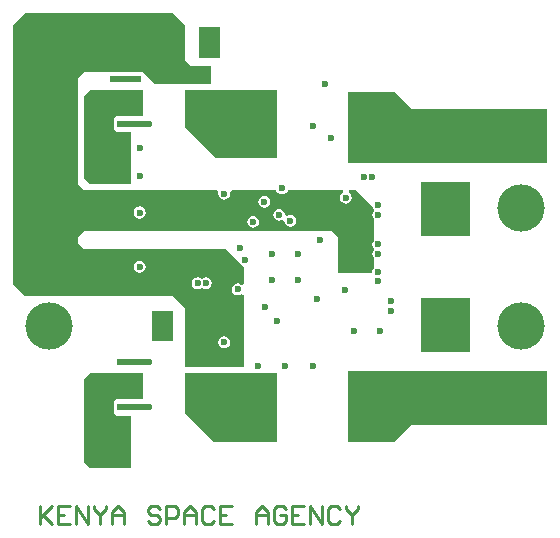
<source format=gtl>
G04*
G04 #@! TF.GenerationSoftware,Altium Limited,Altium Designer,25.2.1 (25)*
G04*
G04 Layer_Physical_Order=1*
G04 Layer_Color=255*
%FSLAX44Y44*%
%MOMM*%
G71*
G04*
G04 #@! TF.SameCoordinates,AC2081E8-41FF-4463-B602-B75E9B52F610*
G04*
G04*
G04 #@! TF.FilePolarity,Positive*
G04*
G01*
G75*
%ADD11C,0.2540*%
%ADD12R,2.1000X0.6000*%
%ADD13R,3.8500X5.5000*%
%ADD14R,0.9000X2.5000*%
%ADD15R,2.5500X3.7500*%
%ADD22C,0.5000*%
%ADD23C,4.0000*%
%ADD24C,0.6000*%
G36*
X194895Y427000D02*
X177000D01*
Y453000D01*
X194895D01*
Y427000D01*
D02*
G37*
G36*
X165000Y455000D02*
X165000Y425000D01*
X170000Y420000D01*
X187000Y420000D01*
X187000Y405000D01*
X140000Y405000D01*
X130000Y415000D01*
X80000Y415000D01*
X75000Y410000D01*
X75000Y320000D01*
X80000Y315000D01*
X192269Y315000D01*
X193601Y313000D01*
X193402Y312000D01*
X193790Y310049D01*
X194895Y308395D01*
X196549Y307290D01*
X198500Y306902D01*
X200451Y307290D01*
X202105Y308395D01*
X203210Y310049D01*
X203598Y312000D01*
X203399Y313000D01*
X204731Y315000D01*
X242700Y315000D01*
X242790Y314549D01*
X243895Y312895D01*
X245549Y311790D01*
X247500Y311402D01*
X249451Y311790D01*
X251105Y312895D01*
X252210Y314549D01*
X252300Y315000D01*
X298902Y315000D01*
X299127Y314380D01*
X299235Y313000D01*
X297895Y312105D01*
X296790Y310451D01*
X296402Y308500D01*
X296790Y306549D01*
X297895Y304895D01*
X299549Y303790D01*
X301500Y303402D01*
X303451Y303790D01*
X305105Y304895D01*
X306210Y306549D01*
X306598Y308500D01*
X306210Y310451D01*
X305105Y312105D01*
X303765Y313000D01*
X303873Y314380D01*
X304097Y315000D01*
X310000D01*
X324126Y300874D01*
X324290Y300049D01*
X325000Y298987D01*
Y297013D01*
X324290Y295951D01*
X323902Y294000D01*
X324290Y292049D01*
X325000Y290987D01*
Y272013D01*
X324290Y270951D01*
X323902Y269000D01*
X324290Y267049D01*
X325000Y265987D01*
Y264013D01*
X324290Y262951D01*
X323902Y261000D01*
X324290Y259049D01*
X325000Y257987D01*
Y249013D01*
X324290Y247951D01*
X323902Y246000D01*
X323081Y245000D01*
X295000D01*
Y275000D01*
X290000Y280000D01*
X80000Y280000D01*
X75000Y275000D01*
Y270000D01*
X80000Y265000D01*
X200000Y265000D01*
X211973Y253027D01*
X212395Y252395D01*
X213027Y251973D01*
X215000Y250000D01*
Y235895D01*
X214897Y235800D01*
X213000Y235009D01*
X211951Y235710D01*
X210000Y236098D01*
X208049Y235710D01*
X206395Y234605D01*
X205290Y232951D01*
X204902Y231000D01*
X205290Y229049D01*
X206395Y227395D01*
X208049Y226290D01*
X210000Y225902D01*
X211951Y226290D01*
X213000Y226991D01*
X214897Y226200D01*
X215000Y226105D01*
X215000Y165000D01*
X165000Y165000D01*
X165000Y215000D01*
X155000Y225000D01*
X30000Y225000D01*
X20000Y235000D01*
X20000Y455000D01*
X30000Y465000D01*
X155000D01*
X165000Y455000D01*
D02*
G37*
G36*
X243000Y342000D02*
X191000D01*
X165000Y368000D01*
Y400000D01*
X243000D01*
Y342000D01*
D02*
G37*
G36*
X357000Y384000D02*
X472000Y384000D01*
Y338000D01*
X303000Y338000D01*
Y398000D01*
X343000D01*
X357000Y384000D01*
D02*
G37*
G36*
X130000Y378000D02*
X107500D01*
X105500Y376000D01*
X105500Y370000D01*
Y365950D01*
X105550D01*
X107500Y364000D01*
X120000Y364000D01*
X120000Y320000D01*
X85000D01*
X80000Y325000D01*
Y395000D01*
X85000Y400000D01*
X130000D01*
X130000Y378000D01*
D02*
G37*
G36*
X407000Y276000D02*
X365000D01*
Y322000D01*
X407000D01*
Y276000D01*
D02*
G37*
G36*
X155000Y187000D02*
X137105D01*
Y213000D01*
X155000D01*
Y187000D01*
D02*
G37*
G36*
X407000Y178000D02*
X365000D01*
Y224000D01*
X407000D01*
Y178000D01*
D02*
G37*
G36*
X472000Y162000D02*
Y116000D01*
X357000Y116000D01*
X343000Y102000D01*
X303000D01*
Y162000D01*
X472000Y162000D01*
D02*
G37*
G36*
X243000Y102000D02*
X189000D01*
X165000Y126000D01*
Y160000D01*
X243000Y160000D01*
Y102000D01*
D02*
G37*
G36*
X130000Y138000D02*
X107500D01*
X105500Y136000D01*
X105500Y130000D01*
Y125950D01*
X105550D01*
X107500Y124000D01*
X120000Y124000D01*
X120000Y80000D01*
X85000D01*
X80000Y85000D01*
Y155000D01*
X85000Y160000D01*
X130000D01*
X130000Y138000D01*
D02*
G37*
%LPC*%
G36*
X232500Y310098D02*
X230549Y309710D01*
X228895Y308605D01*
X227790Y306951D01*
X227402Y305000D01*
X227790Y303049D01*
X228895Y301395D01*
X230549Y300290D01*
X232500Y299902D01*
X234451Y300290D01*
X236105Y301395D01*
X237210Y303049D01*
X237598Y305000D01*
X237210Y306951D01*
X236105Y308605D01*
X234451Y309710D01*
X232500Y310098D01*
D02*
G37*
G36*
X127000Y301098D02*
X125049Y300710D01*
X123395Y299605D01*
X122290Y297951D01*
X121902Y296000D01*
X122290Y294049D01*
X123395Y292395D01*
X125049Y291290D01*
X127000Y290902D01*
X128951Y291290D01*
X130605Y292395D01*
X131710Y294049D01*
X132098Y296000D01*
X131710Y297951D01*
X130605Y299605D01*
X128951Y300710D01*
X127000Y301098D01*
D02*
G37*
G36*
X245000Y299098D02*
X243049Y298710D01*
X241395Y297605D01*
X240290Y295951D01*
X239902Y294000D01*
X240290Y292049D01*
X241395Y290395D01*
X243049Y289290D01*
X245000Y288902D01*
X246951Y289290D01*
X247493Y289652D01*
X248243Y289396D01*
X249486Y288578D01*
X249790Y287049D01*
X250895Y285395D01*
X252549Y284290D01*
X254500Y283902D01*
X256451Y284290D01*
X258105Y285395D01*
X259210Y287049D01*
X259598Y289000D01*
X259210Y290951D01*
X258105Y292605D01*
X256451Y293710D01*
X254500Y294098D01*
X252549Y293710D01*
X252007Y293348D01*
X251257Y293604D01*
X250014Y294422D01*
X249710Y295951D01*
X248605Y297605D01*
X246951Y298710D01*
X245000Y299098D01*
D02*
G37*
G36*
X223000Y293147D02*
X221049Y292759D01*
X219395Y291654D01*
X218290Y290000D01*
X217902Y288049D01*
X218290Y286098D01*
X219395Y284445D01*
X221049Y283340D01*
X223000Y282952D01*
X224951Y283340D01*
X226605Y284445D01*
X227710Y286098D01*
X228098Y288049D01*
X227710Y290000D01*
X226605Y291654D01*
X224951Y292759D01*
X223000Y293147D01*
D02*
G37*
G36*
X127000Y255098D02*
X125049Y254710D01*
X123395Y253605D01*
X122290Y251951D01*
X121902Y250000D01*
X122290Y248049D01*
X123395Y246395D01*
X125049Y245290D01*
X127000Y244902D01*
X128951Y245290D01*
X130605Y246395D01*
X131710Y248049D01*
X132098Y250000D01*
X131710Y251951D01*
X130605Y253605D01*
X128951Y254710D01*
X127000Y255098D01*
D02*
G37*
G36*
X183000Y241098D02*
X181049Y240710D01*
X179500Y239675D01*
X177951Y240710D01*
X176000Y241098D01*
X174049Y240710D01*
X172395Y239605D01*
X171290Y237951D01*
X170902Y236000D01*
X171290Y234049D01*
X172395Y232395D01*
X174049Y231290D01*
X176000Y230902D01*
X177951Y231290D01*
X179500Y232325D01*
X181049Y231290D01*
X183000Y230902D01*
X184951Y231290D01*
X186605Y232395D01*
X187710Y234049D01*
X188098Y236000D01*
X187710Y237951D01*
X186605Y239605D01*
X184951Y240710D01*
X183000Y241098D01*
D02*
G37*
G36*
X198500Y191098D02*
X196549Y190710D01*
X194895Y189605D01*
X193790Y187951D01*
X193402Y186000D01*
X193790Y184049D01*
X194895Y182395D01*
X196549Y181290D01*
X198500Y180902D01*
X200451Y181290D01*
X202105Y182395D01*
X203210Y184049D01*
X203598Y186000D01*
X203210Y187951D01*
X202105Y189605D01*
X200451Y190710D01*
X198500Y191098D01*
D02*
G37*
%LPD*%
D11*
X42540Y47775D02*
Y32540D01*
Y37618D01*
X52697Y47775D01*
X45079Y40157D01*
X52697Y32540D01*
X67932Y47775D02*
X57775D01*
Y32540D01*
X67932D01*
X57775Y40157D02*
X62853D01*
X73010Y32540D02*
Y47775D01*
X83167Y32540D01*
Y47775D01*
X88245D02*
Y45236D01*
X93324Y40157D01*
X98402Y45236D01*
Y47775D01*
X93324Y40157D02*
Y32540D01*
X103480D02*
Y42697D01*
X108559Y47775D01*
X113637Y42697D01*
Y32540D01*
Y40157D01*
X103480D01*
X144107Y45236D02*
X141568Y47775D01*
X136490D01*
X133950Y45236D01*
Y42697D01*
X136490Y40157D01*
X141568D01*
X144107Y37618D01*
Y35079D01*
X141568Y32540D01*
X136490D01*
X133950Y35079D01*
X149185Y32540D02*
Y47775D01*
X156803D01*
X159342Y45236D01*
Y40157D01*
X156803Y37618D01*
X149185D01*
X164421Y32540D02*
Y42697D01*
X169499Y47775D01*
X174577Y42697D01*
Y32540D01*
Y40157D01*
X164421D01*
X189812Y45236D02*
X187273Y47775D01*
X182195D01*
X179656Y45236D01*
Y35079D01*
X182195Y32540D01*
X187273D01*
X189812Y35079D01*
X205047Y47775D02*
X194891D01*
Y32540D01*
X205047D01*
X194891Y40157D02*
X199969D01*
X225361Y32540D02*
Y42697D01*
X230439Y47775D01*
X235518Y42697D01*
Y32540D01*
Y40157D01*
X225361D01*
X250753Y45236D02*
X248214Y47775D01*
X243135D01*
X240596Y45236D01*
Y35079D01*
X243135Y32540D01*
X248214D01*
X250753Y35079D01*
Y40157D01*
X245674D01*
X265988Y47775D02*
X255831D01*
Y32540D01*
X265988D01*
X255831Y40157D02*
X260909D01*
X271066Y32540D02*
Y47775D01*
X281223Y32540D01*
Y47775D01*
X296458Y45236D02*
X293919Y47775D01*
X288840D01*
X286301Y45236D01*
Y35079D01*
X288840Y32540D01*
X293919D01*
X296458Y35079D01*
X301536Y47775D02*
Y45236D01*
X306615Y40157D01*
X311693Y45236D01*
Y47775D01*
X306615Y40157D02*
Y32540D01*
D12*
X176000Y130950D02*
D03*
Y143650D02*
D03*
Y156350D02*
D03*
Y169050D02*
D03*
X118000Y130950D02*
D03*
Y143650D02*
D03*
Y156350D02*
D03*
Y169050D02*
D03*
X176000Y370950D02*
D03*
Y383650D02*
D03*
Y396350D02*
D03*
Y409050D02*
D03*
X118000Y370950D02*
D03*
Y383650D02*
D03*
Y396350D02*
D03*
Y409050D02*
D03*
D13*
X322750Y130000D02*
D03*
X223250D02*
D03*
X223250Y370000D02*
D03*
X322750D02*
D03*
D14*
X150500Y200000D02*
D03*
X181500D02*
D03*
Y440000D02*
D03*
X150500D02*
D03*
D15*
X386000Y143000D02*
D03*
Y197000D02*
D03*
Y357000D02*
D03*
Y303000D02*
D03*
D22*
X104000Y409000D02*
X121680D01*
X121730Y409050D01*
Y169050D02*
X135000D01*
X121730Y130950D02*
X135000D01*
X121730Y370950D02*
X135000D01*
D23*
X50000Y300000D02*
D03*
Y200000D02*
D03*
X450000Y360000D02*
D03*
Y140000D02*
D03*
Y300000D02*
D03*
Y200000D02*
D03*
D24*
X104000Y409000D02*
D03*
Y395000D02*
D03*
X192000Y131000D02*
D03*
X104000Y145000D02*
D03*
Y155000D02*
D03*
X95000Y145000D02*
D03*
X85000Y155000D02*
D03*
Y135000D02*
D03*
X95000Y125000D02*
D03*
X85000Y115000D02*
D03*
X105000D02*
D03*
X95000Y105000D02*
D03*
X85000Y95000D02*
D03*
X105000D02*
D03*
X95000Y85000D02*
D03*
X115000D02*
D03*
Y105000D02*
D03*
Y345000D02*
D03*
Y325000D02*
D03*
X95000D02*
D03*
X105000Y335000D02*
D03*
X85000D02*
D03*
X95000Y345000D02*
D03*
X105000Y355000D02*
D03*
X85000D02*
D03*
X95000Y365000D02*
D03*
X85000Y375000D02*
D03*
Y395000D02*
D03*
X95000Y385000D02*
D03*
X104000D02*
D03*
X176000Y236000D02*
D03*
X183000D02*
D03*
X340000Y221000D02*
D03*
Y213000D02*
D03*
X329000Y246000D02*
D03*
Y238000D02*
D03*
X329000Y269000D02*
D03*
Y261000D02*
D03*
X329000Y294000D02*
D03*
X324000Y326000D02*
D03*
X317000D02*
D03*
X378000Y220000D02*
D03*
X369000Y186000D02*
D03*
Y206000D02*
D03*
X394000Y220000D02*
D03*
X403000Y206000D02*
D03*
Y186000D02*
D03*
X369000Y314000D02*
D03*
Y294000D02*
D03*
X378000Y280000D02*
D03*
X403000Y294000D02*
D03*
Y314000D02*
D03*
X394000Y280000D02*
D03*
X141000Y200000D02*
D03*
Y191000D02*
D03*
Y209000D02*
D03*
X191000Y431000D02*
D03*
Y449000D02*
D03*
X254500Y289000D02*
D03*
X223000Y288049D02*
D03*
X125000Y285000D02*
D03*
X280000Y273000D02*
D03*
X289000Y359000D02*
D03*
X300500Y230000D02*
D03*
X311000Y253000D02*
D03*
X329000Y302000D02*
D03*
X301500Y308500D02*
D03*
X239000Y261000D02*
D03*
X261000D02*
D03*
X239000Y239000D02*
D03*
X245000Y294000D02*
D03*
X386000Y380000D02*
D03*
Y120000D02*
D03*
X216000Y256000D02*
D03*
X210000Y231000D02*
D03*
X212000Y266000D02*
D03*
X232500Y305000D02*
D03*
X233000Y216000D02*
D03*
X192000Y370950D02*
D03*
X135000Y130950D02*
D03*
Y169050D02*
D03*
Y370950D02*
D03*
X191000Y440000D02*
D03*
X284000Y405000D02*
D03*
X261000Y239000D02*
D03*
X247500Y316500D02*
D03*
X330500Y195500D02*
D03*
X250000Y166000D02*
D03*
X273500Y369500D02*
D03*
X274000Y166000D02*
D03*
X227000D02*
D03*
X127000Y296000D02*
D03*
Y327000D02*
D03*
Y351000D02*
D03*
X198500Y312000D02*
D03*
X127000Y250000D02*
D03*
X277000Y223000D02*
D03*
X308000Y195500D02*
D03*
X243000Y204000D02*
D03*
X198500Y186000D02*
D03*
M02*

</source>
